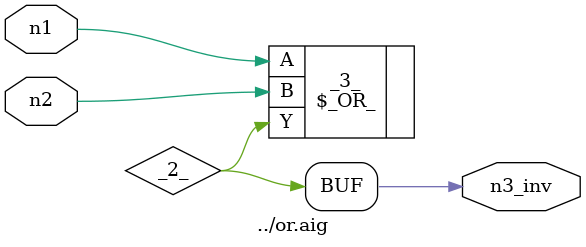
<source format=v>
/* Generated by Yosys 0.8+316 (git sha1 57c2763f, clang 4.0.1-6 -fPIC -Os) */

module \../or.aig (n1, n2, n3_inv);
  wire _0_;
  wire _1_;
  wire _2_;
  input n1;
  wire n1_inv;
  input n2;
  wire n2_inv;
  wire n3;
  output n3_inv;
  \$_OR_  _3_ (
    .A(_0_),
    .B(_1_),
    .Y(_2_)
  );
  assign _0_ = n1;
  assign _1_ = n2;
  assign n3_inv = _2_;
endmodule

</source>
